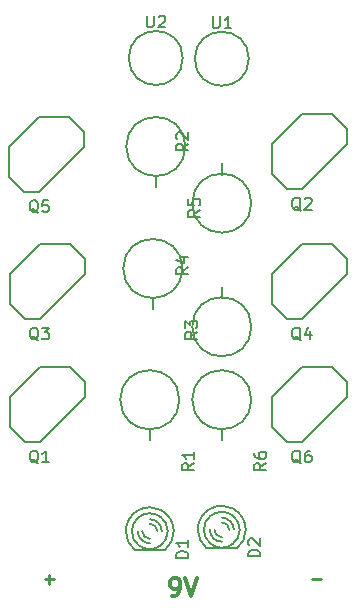
<source format=gbr>
G04 #@! TF.FileFunction,Legend,Top*
%FSLAX46Y46*%
G04 Gerber Fmt 4.6, Leading zero omitted, Abs format (unit mm)*
G04 Created by KiCad (PCBNEW (after 2015-mar-04 BZR unknown)-product) date Wed 09 Sep 2015 12:39:13 PM PDT*
%MOMM*%
G01*
G04 APERTURE LIST*
%ADD10C,0.100000*%
%ADD11C,0.150000*%
%ADD12C,0.300000*%
%ADD13C,0.250000*%
G04 APERTURE END LIST*
D10*
D11*
X148971000Y-82423000D02*
X152781000Y-78613000D01*
X152781000Y-78613000D02*
X152781000Y-77343000D01*
X152781000Y-77343000D02*
X151511000Y-76073000D01*
X151511000Y-76073000D02*
X148971000Y-76073000D01*
X148971000Y-76073000D02*
X146431000Y-78613000D01*
X146431000Y-78613000D02*
X146431000Y-81153000D01*
X146431000Y-81153000D02*
X147701000Y-82423000D01*
X147701000Y-82423000D02*
X148971000Y-82423000D01*
X134810500Y-112953800D02*
X137350500Y-112953800D01*
X137056027Y-110208136D02*
G75*
G03X136080500Y-109855000I-975527J-1170864D01*
G01*
X136080031Y-109856889D02*
G75*
G03X135069580Y-110241080I469J-1522111D01*
G01*
X136080534Y-112901147D02*
G75*
G03X137071100Y-112534700I-34J1522147D01*
G01*
X135104973Y-112549864D02*
G75*
G03X136080500Y-112903000I975527J1170864D01*
G01*
X136967655Y-112618166D02*
G75*
G03X137604500Y-111379000I-887155J1239166D01*
G01*
X137604500Y-111378199D02*
G75*
G03X136994900Y-110159800I-1524000J-801D01*
G01*
X134558294Y-111379442D02*
G75*
G03X135145780Y-112580420I1522206J442D01*
G01*
X135144329Y-110176436D02*
G75*
G03X134556500Y-111379000I936171J-1202564D01*
G01*
X136715500Y-111379000D02*
G75*
G03X136080500Y-110744000I-635000J0D01*
G01*
X137096500Y-111379000D02*
G75*
G03X136080500Y-110363000I-1016000J0D01*
G01*
X135445500Y-111379000D02*
G75*
G03X136080500Y-112014000I635000J0D01*
G01*
X135064500Y-111379000D02*
G75*
G03X136080500Y-112395000I1016000J0D01*
G01*
X137383926Y-112937880D02*
G75*
G03X138112500Y-111379000I-1303426J1558880D01*
G01*
X138109960Y-111378025D02*
G75*
G03X137035540Y-109588300I-2029460J-975D01*
G01*
X134051114Y-111381552D02*
G75*
G03X134769860Y-112928400I2029386J2552D01*
G01*
X135070649Y-109615701D02*
G75*
G03X134048500Y-111379000I1009851J-1763299D01*
G01*
X137043847Y-109589870D02*
G75*
G03X136080500Y-109347000I-963347J-1789130D01*
G01*
X136080400Y-109348077D02*
G75*
G03X135016240Y-109649260I100J-2030923D01*
G01*
X140906500Y-112826800D02*
X143446500Y-112826800D01*
X143152027Y-110081136D02*
G75*
G03X142176500Y-109728000I-975527J-1170864D01*
G01*
X142176031Y-109729889D02*
G75*
G03X141165580Y-110114080I469J-1522111D01*
G01*
X142176534Y-112774147D02*
G75*
G03X143167100Y-112407700I-34J1522147D01*
G01*
X141200973Y-112422864D02*
G75*
G03X142176500Y-112776000I975527J1170864D01*
G01*
X143063655Y-112491166D02*
G75*
G03X143700500Y-111252000I-887155J1239166D01*
G01*
X143700500Y-111251199D02*
G75*
G03X143090900Y-110032800I-1524000J-801D01*
G01*
X140654294Y-111252442D02*
G75*
G03X141241780Y-112453420I1522206J442D01*
G01*
X141240329Y-110049436D02*
G75*
G03X140652500Y-111252000I936171J-1202564D01*
G01*
X142811500Y-111252000D02*
G75*
G03X142176500Y-110617000I-635000J0D01*
G01*
X143192500Y-111252000D02*
G75*
G03X142176500Y-110236000I-1016000J0D01*
G01*
X141541500Y-111252000D02*
G75*
G03X142176500Y-111887000I635000J0D01*
G01*
X141160500Y-111252000D02*
G75*
G03X142176500Y-112268000I1016000J0D01*
G01*
X143479926Y-112810880D02*
G75*
G03X144208500Y-111252000I-1303426J1558880D01*
G01*
X144205960Y-111251025D02*
G75*
G03X143131540Y-109461300I-2029460J-975D01*
G01*
X140147114Y-111254552D02*
G75*
G03X140865860Y-112801400I2029386J2552D01*
G01*
X141166649Y-109488701D02*
G75*
G03X140144500Y-111252000I1009851J-1763299D01*
G01*
X143139847Y-109462870D02*
G75*
G03X142176500Y-109220000I-963347J-1789130D01*
G01*
X142176400Y-109221077D02*
G75*
G03X141112240Y-109522260I100J-2030923D01*
G01*
X126746000Y-103822500D02*
X130556000Y-100012500D01*
X130556000Y-100012500D02*
X130556000Y-98742500D01*
X130556000Y-98742500D02*
X129286000Y-97472500D01*
X129286000Y-97472500D02*
X126746000Y-97472500D01*
X126746000Y-97472500D02*
X124206000Y-100012500D01*
X124206000Y-100012500D02*
X124206000Y-102552500D01*
X124206000Y-102552500D02*
X125476000Y-103822500D01*
X125476000Y-103822500D02*
X126746000Y-103822500D01*
X126746000Y-93408500D02*
X130556000Y-89598500D01*
X130556000Y-89598500D02*
X130556000Y-88328500D01*
X130556000Y-88328500D02*
X129286000Y-87058500D01*
X129286000Y-87058500D02*
X126746000Y-87058500D01*
X126746000Y-87058500D02*
X124206000Y-89598500D01*
X124206000Y-89598500D02*
X124206000Y-92138500D01*
X124206000Y-92138500D02*
X125476000Y-93408500D01*
X125476000Y-93408500D02*
X126746000Y-93408500D01*
X148971000Y-93408500D02*
X152781000Y-89598500D01*
X152781000Y-89598500D02*
X152781000Y-88328500D01*
X152781000Y-88328500D02*
X151511000Y-87058500D01*
X151511000Y-87058500D02*
X148971000Y-87058500D01*
X148971000Y-87058500D02*
X146431000Y-89598500D01*
X146431000Y-89598500D02*
X146431000Y-92138500D01*
X146431000Y-92138500D02*
X147701000Y-93408500D01*
X147701000Y-93408500D02*
X148971000Y-93408500D01*
X126733300Y-82616040D02*
X130543300Y-78806040D01*
X130543300Y-78806040D02*
X130543300Y-77536040D01*
X130543300Y-77536040D02*
X129273300Y-76266040D01*
X129273300Y-76266040D02*
X126733300Y-76266040D01*
X126733300Y-76266040D02*
X124193300Y-78806040D01*
X124193300Y-78806040D02*
X124193300Y-81346040D01*
X124193300Y-81346040D02*
X125463300Y-82616040D01*
X125463300Y-82616040D02*
X126733300Y-82616040D01*
X148971000Y-103822500D02*
X152781000Y-100012500D01*
X152781000Y-100012500D02*
X152781000Y-98742500D01*
X152781000Y-98742500D02*
X151511000Y-97472500D01*
X151511000Y-97472500D02*
X148971000Y-97472500D01*
X148971000Y-97472500D02*
X146431000Y-100012500D01*
X146431000Y-100012500D02*
X146431000Y-102552500D01*
X146431000Y-102552500D02*
X147701000Y-103822500D01*
X147701000Y-103822500D02*
X148971000Y-103822500D01*
X136080500Y-102643940D02*
X136080500Y-103644700D01*
X138579860Y-100243640D02*
G75*
G03X138579860Y-100243640I-2499360J0D01*
G01*
X142176500Y-81201260D02*
X142176500Y-80200500D01*
X144675860Y-83601560D02*
G75*
G03X144675860Y-83601560I-2499360J0D01*
G01*
X136334500Y-91531440D02*
X136334500Y-92532200D01*
X138833860Y-89131140D02*
G75*
G03X138833860Y-89131140I-2499360J0D01*
G01*
X142176500Y-91666060D02*
X142176500Y-90665300D01*
X144675860Y-94066360D02*
G75*
G03X144675860Y-94066360I-2499360J0D01*
G01*
X136588500Y-81206340D02*
X136588500Y-82207100D01*
X139087860Y-78806040D02*
G75*
G03X139087860Y-78806040I-2499360J0D01*
G01*
X142176500Y-102643940D02*
X142176500Y-103644700D01*
X144675860Y-100243640D02*
G75*
G03X144675860Y-100243640I-2499360J0D01*
G01*
X144462500Y-71374000D02*
G75*
G03X144462500Y-71374000I-2286000J0D01*
G01*
X138874500Y-71310500D02*
G75*
G03X138874500Y-71310500I-2286000J0D01*
G01*
X148875762Y-84240619D02*
X148780524Y-84193000D01*
X148685286Y-84097762D01*
X148542429Y-83954905D01*
X148447190Y-83907286D01*
X148351952Y-83907286D01*
X148399571Y-84145381D02*
X148304333Y-84097762D01*
X148209095Y-84002524D01*
X148161476Y-83812048D01*
X148161476Y-83478714D01*
X148209095Y-83288238D01*
X148304333Y-83193000D01*
X148399571Y-83145381D01*
X148590048Y-83145381D01*
X148685286Y-83193000D01*
X148780524Y-83288238D01*
X148828143Y-83478714D01*
X148828143Y-83812048D01*
X148780524Y-84002524D01*
X148685286Y-84097762D01*
X148590048Y-84145381D01*
X148399571Y-84145381D01*
X149209095Y-83240619D02*
X149256714Y-83193000D01*
X149351952Y-83145381D01*
X149590048Y-83145381D01*
X149685286Y-83193000D01*
X149732905Y-83240619D01*
X149780524Y-83335857D01*
X149780524Y-83431095D01*
X149732905Y-83573952D01*
X149161476Y-84145381D01*
X149780524Y-84145381D01*
X139326881Y-113641095D02*
X138326881Y-113641095D01*
X138326881Y-113403000D01*
X138374500Y-113260142D01*
X138469738Y-113164904D01*
X138564976Y-113117285D01*
X138755452Y-113069666D01*
X138898310Y-113069666D01*
X139088786Y-113117285D01*
X139184024Y-113164904D01*
X139279262Y-113260142D01*
X139326881Y-113403000D01*
X139326881Y-113641095D01*
X139326881Y-112117285D02*
X139326881Y-112688714D01*
X139326881Y-112403000D02*
X138326881Y-112403000D01*
X138469738Y-112498238D01*
X138564976Y-112593476D01*
X138612595Y-112688714D01*
X145422881Y-113514095D02*
X144422881Y-113514095D01*
X144422881Y-113276000D01*
X144470500Y-113133142D01*
X144565738Y-113037904D01*
X144660976Y-112990285D01*
X144851452Y-112942666D01*
X144994310Y-112942666D01*
X145184786Y-112990285D01*
X145280024Y-113037904D01*
X145375262Y-113133142D01*
X145422881Y-113276000D01*
X145422881Y-113514095D01*
X144518119Y-112561714D02*
X144470500Y-112514095D01*
X144422881Y-112418857D01*
X144422881Y-112180761D01*
X144470500Y-112085523D01*
X144518119Y-112037904D01*
X144613357Y-111990285D01*
X144708595Y-111990285D01*
X144851452Y-112037904D01*
X145422881Y-112609333D01*
X145422881Y-111990285D01*
X126650762Y-105640119D02*
X126555524Y-105592500D01*
X126460286Y-105497262D01*
X126317429Y-105354405D01*
X126222190Y-105306786D01*
X126126952Y-105306786D01*
X126174571Y-105544881D02*
X126079333Y-105497262D01*
X125984095Y-105402024D01*
X125936476Y-105211548D01*
X125936476Y-104878214D01*
X125984095Y-104687738D01*
X126079333Y-104592500D01*
X126174571Y-104544881D01*
X126365048Y-104544881D01*
X126460286Y-104592500D01*
X126555524Y-104687738D01*
X126603143Y-104878214D01*
X126603143Y-105211548D01*
X126555524Y-105402024D01*
X126460286Y-105497262D01*
X126365048Y-105544881D01*
X126174571Y-105544881D01*
X127555524Y-105544881D02*
X126984095Y-105544881D01*
X127269809Y-105544881D02*
X127269809Y-104544881D01*
X127174571Y-104687738D01*
X127079333Y-104782976D01*
X126984095Y-104830595D01*
X126650762Y-95226119D02*
X126555524Y-95178500D01*
X126460286Y-95083262D01*
X126317429Y-94940405D01*
X126222190Y-94892786D01*
X126126952Y-94892786D01*
X126174571Y-95130881D02*
X126079333Y-95083262D01*
X125984095Y-94988024D01*
X125936476Y-94797548D01*
X125936476Y-94464214D01*
X125984095Y-94273738D01*
X126079333Y-94178500D01*
X126174571Y-94130881D01*
X126365048Y-94130881D01*
X126460286Y-94178500D01*
X126555524Y-94273738D01*
X126603143Y-94464214D01*
X126603143Y-94797548D01*
X126555524Y-94988024D01*
X126460286Y-95083262D01*
X126365048Y-95130881D01*
X126174571Y-95130881D01*
X126936476Y-94130881D02*
X127555524Y-94130881D01*
X127222190Y-94511833D01*
X127365048Y-94511833D01*
X127460286Y-94559452D01*
X127507905Y-94607071D01*
X127555524Y-94702310D01*
X127555524Y-94940405D01*
X127507905Y-95035643D01*
X127460286Y-95083262D01*
X127365048Y-95130881D01*
X127079333Y-95130881D01*
X126984095Y-95083262D01*
X126936476Y-95035643D01*
X148875762Y-95226119D02*
X148780524Y-95178500D01*
X148685286Y-95083262D01*
X148542429Y-94940405D01*
X148447190Y-94892786D01*
X148351952Y-94892786D01*
X148399571Y-95130881D02*
X148304333Y-95083262D01*
X148209095Y-94988024D01*
X148161476Y-94797548D01*
X148161476Y-94464214D01*
X148209095Y-94273738D01*
X148304333Y-94178500D01*
X148399571Y-94130881D01*
X148590048Y-94130881D01*
X148685286Y-94178500D01*
X148780524Y-94273738D01*
X148828143Y-94464214D01*
X148828143Y-94797548D01*
X148780524Y-94988024D01*
X148685286Y-95083262D01*
X148590048Y-95130881D01*
X148399571Y-95130881D01*
X149685286Y-94464214D02*
X149685286Y-95130881D01*
X149447190Y-94083262D02*
X149209095Y-94797548D01*
X149828143Y-94797548D01*
X126638062Y-84433659D02*
X126542824Y-84386040D01*
X126447586Y-84290802D01*
X126304729Y-84147945D01*
X126209490Y-84100326D01*
X126114252Y-84100326D01*
X126161871Y-84338421D02*
X126066633Y-84290802D01*
X125971395Y-84195564D01*
X125923776Y-84005088D01*
X125923776Y-83671754D01*
X125971395Y-83481278D01*
X126066633Y-83386040D01*
X126161871Y-83338421D01*
X126352348Y-83338421D01*
X126447586Y-83386040D01*
X126542824Y-83481278D01*
X126590443Y-83671754D01*
X126590443Y-84005088D01*
X126542824Y-84195564D01*
X126447586Y-84290802D01*
X126352348Y-84338421D01*
X126161871Y-84338421D01*
X127495205Y-83338421D02*
X127019014Y-83338421D01*
X126971395Y-83814611D01*
X127019014Y-83766992D01*
X127114252Y-83719373D01*
X127352348Y-83719373D01*
X127447586Y-83766992D01*
X127495205Y-83814611D01*
X127542824Y-83909850D01*
X127542824Y-84147945D01*
X127495205Y-84243183D01*
X127447586Y-84290802D01*
X127352348Y-84338421D01*
X127114252Y-84338421D01*
X127019014Y-84290802D01*
X126971395Y-84243183D01*
X148875762Y-105640119D02*
X148780524Y-105592500D01*
X148685286Y-105497262D01*
X148542429Y-105354405D01*
X148447190Y-105306786D01*
X148351952Y-105306786D01*
X148399571Y-105544881D02*
X148304333Y-105497262D01*
X148209095Y-105402024D01*
X148161476Y-105211548D01*
X148161476Y-104878214D01*
X148209095Y-104687738D01*
X148304333Y-104592500D01*
X148399571Y-104544881D01*
X148590048Y-104544881D01*
X148685286Y-104592500D01*
X148780524Y-104687738D01*
X148828143Y-104878214D01*
X148828143Y-105211548D01*
X148780524Y-105402024D01*
X148685286Y-105497262D01*
X148590048Y-105544881D01*
X148399571Y-105544881D01*
X149685286Y-104544881D02*
X149494809Y-104544881D01*
X149399571Y-104592500D01*
X149351952Y-104640119D01*
X149256714Y-104782976D01*
X149209095Y-104973452D01*
X149209095Y-105354405D01*
X149256714Y-105449643D01*
X149304333Y-105497262D01*
X149399571Y-105544881D01*
X149590048Y-105544881D01*
X149685286Y-105497262D01*
X149732905Y-105449643D01*
X149780524Y-105354405D01*
X149780524Y-105116310D01*
X149732905Y-105021071D01*
X149685286Y-104973452D01*
X149590048Y-104925833D01*
X149399571Y-104925833D01*
X149304333Y-104973452D01*
X149256714Y-105021071D01*
X149209095Y-105116310D01*
X139832341Y-105609686D02*
X139356150Y-105943020D01*
X139832341Y-106181115D02*
X138832341Y-106181115D01*
X138832341Y-105800162D01*
X138879960Y-105704924D01*
X138927579Y-105657305D01*
X139022817Y-105609686D01*
X139165674Y-105609686D01*
X139260912Y-105657305D01*
X139308531Y-105704924D01*
X139356150Y-105800162D01*
X139356150Y-106181115D01*
X139832341Y-104657305D02*
X139832341Y-105228734D01*
X139832341Y-104943020D02*
X138832341Y-104943020D01*
X138975198Y-105038258D01*
X139070436Y-105133496D01*
X139118055Y-105228734D01*
X139329421Y-78568846D02*
X138853230Y-78902180D01*
X139329421Y-79140275D02*
X138329421Y-79140275D01*
X138329421Y-78759322D01*
X138377040Y-78664084D01*
X138424659Y-78616465D01*
X138519897Y-78568846D01*
X138662754Y-78568846D01*
X138757992Y-78616465D01*
X138805611Y-78664084D01*
X138853230Y-78759322D01*
X138853230Y-79140275D01*
X138424659Y-78187894D02*
X138377040Y-78140275D01*
X138329421Y-78045037D01*
X138329421Y-77806941D01*
X138377040Y-77711703D01*
X138424659Y-77664084D01*
X138519897Y-77616465D01*
X138615135Y-77616465D01*
X138757992Y-77664084D01*
X139329421Y-78235513D01*
X139329421Y-77616465D01*
X140086341Y-94497186D02*
X139610150Y-94830520D01*
X140086341Y-95068615D02*
X139086341Y-95068615D01*
X139086341Y-94687662D01*
X139133960Y-94592424D01*
X139181579Y-94544805D01*
X139276817Y-94497186D01*
X139419674Y-94497186D01*
X139514912Y-94544805D01*
X139562531Y-94592424D01*
X139610150Y-94687662D01*
X139610150Y-95068615D01*
X139086341Y-94163853D02*
X139086341Y-93544805D01*
X139467293Y-93878139D01*
X139467293Y-93735281D01*
X139514912Y-93640043D01*
X139562531Y-93592424D01*
X139657770Y-93544805D01*
X139895865Y-93544805D01*
X139991103Y-93592424D01*
X140038722Y-93640043D01*
X140086341Y-93735281D01*
X140086341Y-94020996D01*
X140038722Y-94116234D01*
X139991103Y-94163853D01*
X139329421Y-89033646D02*
X138853230Y-89366980D01*
X139329421Y-89605075D02*
X138329421Y-89605075D01*
X138329421Y-89224122D01*
X138377040Y-89128884D01*
X138424659Y-89081265D01*
X138519897Y-89033646D01*
X138662754Y-89033646D01*
X138757992Y-89081265D01*
X138805611Y-89128884D01*
X138853230Y-89224122D01*
X138853230Y-89605075D01*
X138662754Y-88176503D02*
X139329421Y-88176503D01*
X138281802Y-88414599D02*
X138996088Y-88652694D01*
X138996088Y-88033646D01*
X140340341Y-84172086D02*
X139864150Y-84505420D01*
X140340341Y-84743515D02*
X139340341Y-84743515D01*
X139340341Y-84362562D01*
X139387960Y-84267324D01*
X139435579Y-84219705D01*
X139530817Y-84172086D01*
X139673674Y-84172086D01*
X139768912Y-84219705D01*
X139816531Y-84267324D01*
X139864150Y-84362562D01*
X139864150Y-84743515D01*
X139340341Y-83267324D02*
X139340341Y-83743515D01*
X139816531Y-83791134D01*
X139768912Y-83743515D01*
X139721293Y-83648277D01*
X139721293Y-83410181D01*
X139768912Y-83314943D01*
X139816531Y-83267324D01*
X139911770Y-83219705D01*
X140149865Y-83219705D01*
X140245103Y-83267324D01*
X140292722Y-83314943D01*
X140340341Y-83410181D01*
X140340341Y-83648277D01*
X140292722Y-83743515D01*
X140245103Y-83791134D01*
X145928341Y-105609686D02*
X145452150Y-105943020D01*
X145928341Y-106181115D02*
X144928341Y-106181115D01*
X144928341Y-105800162D01*
X144975960Y-105704924D01*
X145023579Y-105657305D01*
X145118817Y-105609686D01*
X145261674Y-105609686D01*
X145356912Y-105657305D01*
X145404531Y-105704924D01*
X145452150Y-105800162D01*
X145452150Y-106181115D01*
X144928341Y-104752543D02*
X144928341Y-104943020D01*
X144975960Y-105038258D01*
X145023579Y-105085877D01*
X145166436Y-105181115D01*
X145356912Y-105228734D01*
X145737865Y-105228734D01*
X145833103Y-105181115D01*
X145880722Y-105133496D01*
X145928341Y-105038258D01*
X145928341Y-104847781D01*
X145880722Y-104752543D01*
X145833103Y-104704924D01*
X145737865Y-104657305D01*
X145499770Y-104657305D01*
X145404531Y-104704924D01*
X145356912Y-104752543D01*
X145309293Y-104847781D01*
X145309293Y-105038258D01*
X145356912Y-105133496D01*
X145404531Y-105181115D01*
X145499770Y-105228734D01*
X141414595Y-67778381D02*
X141414595Y-68587905D01*
X141462214Y-68683143D01*
X141509833Y-68730762D01*
X141605071Y-68778381D01*
X141795548Y-68778381D01*
X141890786Y-68730762D01*
X141938405Y-68683143D01*
X141986024Y-68587905D01*
X141986024Y-67778381D01*
X142986024Y-68778381D02*
X142414595Y-68778381D01*
X142700309Y-68778381D02*
X142700309Y-67778381D01*
X142605071Y-67921238D01*
X142509833Y-68016476D01*
X142414595Y-68064095D01*
X135826595Y-67714881D02*
X135826595Y-68524405D01*
X135874214Y-68619643D01*
X135921833Y-68667262D01*
X136017071Y-68714881D01*
X136207548Y-68714881D01*
X136302786Y-68667262D01*
X136350405Y-68619643D01*
X136398024Y-68524405D01*
X136398024Y-67714881D01*
X136826595Y-67810119D02*
X136874214Y-67762500D01*
X136969452Y-67714881D01*
X137207548Y-67714881D01*
X137302786Y-67762500D01*
X137350405Y-67810119D01*
X137398024Y-67905357D01*
X137398024Y-68000595D01*
X137350405Y-68143452D01*
X136778976Y-68714881D01*
X137398024Y-68714881D01*
D12*
X137945929Y-116832771D02*
X138231644Y-116832771D01*
X138374501Y-116761343D01*
X138445929Y-116689914D01*
X138588787Y-116475629D01*
X138660215Y-116189914D01*
X138660215Y-115618486D01*
X138588787Y-115475629D01*
X138517358Y-115404200D01*
X138374501Y-115332771D01*
X138088787Y-115332771D01*
X137945929Y-115404200D01*
X137874501Y-115475629D01*
X137803072Y-115618486D01*
X137803072Y-115975629D01*
X137874501Y-116118486D01*
X137945929Y-116189914D01*
X138088787Y-116261343D01*
X138374501Y-116261343D01*
X138517358Y-116189914D01*
X138588787Y-116118486D01*
X138660215Y-115975629D01*
X139088786Y-115332771D02*
X139588786Y-116832771D01*
X140088786Y-115332771D01*
D13*
X149796548Y-115463629D02*
X150558453Y-115463629D01*
X127190548Y-115463629D02*
X127952453Y-115463629D01*
X127571501Y-115844581D02*
X127571501Y-115082676D01*
M02*

</source>
